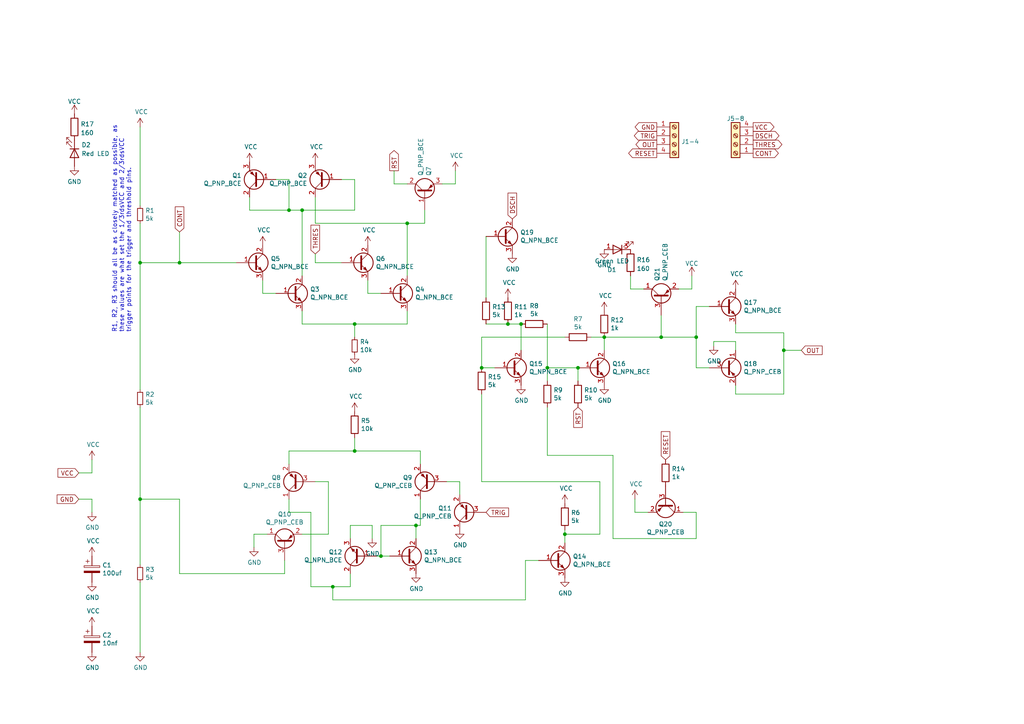
<source format=kicad_sch>
(kicad_sch (version 20211123) (generator eeschema)
  (paper "A4")
  (lib_symbols
    (symbol "555_Emulation-rescue:CP-Device" (pin_numbers hide) (pin_names (offset 0.254))
      (property "Reference" "C" (at 0.635 2.54 0))
      (property "Value" "CP-Device" (at 0.635 -2.54 0))
      (symbol "CP-Device_0_1"
        (rectangle (start -2.286 0.508) (end 2.286 1.016))
        (polyline (pts (xy -1.778 2.286) (xy -0.762 2.286)))
        (polyline (pts (xy -1.27 2.794) (xy -1.27 1.778)))
        (rectangle (start 2.286 -0.508) (end -2.286 -1.016) (fill (type outline)))
      )
      (symbol "CP-Device_1_1"
        (pin passive line (at 0 3.81 270) (length 2.794) (name "~") (number "1"))
        (pin passive line (at 0 -3.81 90) (length 2.794) (name "~") (number "2"))
      )
    )
    (symbol "Connector:Screw_Terminal_01x04" (pin_names (offset 1.016) hide)
      (property "Reference" "J" (at 0 5.08 0))
      (property "Value" "Screw_Terminal_01x04" (at 0 -7.62 0))
      (symbol "Screw_Terminal_01x04_1_1"
        (rectangle (start -1.27 3.81) (end 1.27 -6.35) (stroke (width 0.254)) (fill (type background)))
        (circle (center 0 -5.08) (radius 0.635) (stroke (width 0.1524)))
        (circle (center 0 -2.54) (radius 0.635) (stroke (width 0.1524)))
        (polyline (pts (xy -0.5334 -4.7498) (xy 0.3302 -5.588)) (stroke (width 0.1524)))
        (polyline (pts (xy -0.5334 -2.2098) (xy 0.3302 -3.048)) (stroke (width 0.1524)))
        (polyline (pts (xy -0.5334 0.3302) (xy 0.3302 -0.508)) (stroke (width 0.1524)))
        (polyline (pts (xy -0.5334 2.8702) (xy 0.3302 2.032)) (stroke (width 0.1524)))
        (polyline (pts (xy -0.3556 -4.572) (xy 0.508 -5.4102)) (stroke (width 0.1524)))
        (polyline (pts (xy -0.3556 -2.032) (xy 0.508 -2.8702)) (stroke (width 0.1524)))
        (polyline (pts (xy -0.3556 0.508) (xy 0.508 -0.3302)) (stroke (width 0.1524)))
        (polyline (pts (xy -0.3556 3.048) (xy 0.508 2.2098)) (stroke (width 0.1524)))
        (circle (center 0 0) (radius 0.635) (stroke (width 0.1524)))
        (circle (center 0 2.54) (radius 0.635) (stroke (width 0.1524)))
        (pin passive line (at -5.08 2.54 0) (length 3.81) (name "Pin_1") (number "1"))
        (pin passive line (at -5.08 0 0) (length 3.81) (name "Pin_2") (number "2"))
        (pin passive line (at -5.08 -2.54 0) (length 3.81) (name "Pin_3") (number "3"))
        (pin passive line (at -5.08 -5.08 0) (length 3.81) (name "Pin_4") (number "4"))
      )
    )
    (symbol "Device:LED" (pin_names (offset 1.016) hide)
      (property "Reference" "D1" (at 1.5875 5.8588 0))
      (property "Value" "Green LED" (at 1.5875 3.3219 0))
      (symbol "LED_0_1"
        (polyline (pts (xy -1.27 -1.27) (xy -1.27 1.27)) (stroke (width 0.254)))
        (polyline (pts (xy -1.27 0) (xy 1.27 0)))
        (polyline (pts (xy 1.27 -1.27) (xy 1.27 1.27) (xy -1.27 0) (xy 1.27 -1.27)) (stroke (width 0.254)))
        (polyline (pts (xy -3.048 -0.762) (xy -4.572 -2.286) (xy -3.81 -2.286) (xy -4.572 -2.286) (xy -4.572 -1.524)))
        (polyline (pts (xy -1.778 -0.762) (xy -3.302 -2.286) (xy -2.54 -2.286) (xy -3.302 -2.286) (xy -3.302 -1.524)))
      )
      (symbol "LED_1_1"
        (pin passive line (at 3.81 0 180) (length 2.54) (name "1") (number "1"))
        (pin passive line (at -3.81 0 0) (length 2.54) (name "3") (number "3"))
      )
    )
    (symbol "Device:Q_NPN_BCE" (pin_names (offset 0) hide)
      (property "Reference" "Q" (at 5.08 1.27 0))
      (property "Value" "Q_NPN_BCE" (at 5.08 -1.27 0))
      (symbol "Q_NPN_BCE_0_1"
        (polyline (pts (xy 0.635 0.635) (xy 2.54 2.54)))
        (polyline (pts (xy 0.635 -0.635) (xy 2.54 -2.54) (xy 2.54 -2.54)))
        (polyline (pts (xy 0.635 1.905) (xy 0.635 -1.905) (xy 0.635 -1.905)) (stroke (width 0.508)))
        (polyline (pts (xy 1.27 -1.778) (xy 1.778 -1.27) (xy 2.286 -2.286) (xy 1.27 -1.778) (xy 1.27 -1.778)) (fill (type outline)))
        (circle (center 1.27 0) (radius 2.8194) (stroke (width 0.254)))
      )
      (symbol "Q_NPN_BCE_1_1"
        (pin input line (at -5.08 0 0) (length 5.715) (name "B") (number "1"))
        (pin passive line (at 2.54 5.08 270) (length 2.54) (name "C") (number "2"))
        (pin passive line (at 2.54 -5.08 90) (length 2.54) (name "E") (number "3"))
      )
    )
    (symbol "Device:Q_PNP_BCE" (pin_names (offset 0) hide)
      (property "Reference" "Q" (at 5.08 1.27 0))
      (property "Value" "Q_PNP_BCE" (at 5.08 -1.27 0))
      (symbol "Q_PNP_BCE_0_1"
        (polyline (pts (xy 0.635 0.635) (xy 2.54 2.54)))
        (polyline (pts (xy 0.635 -0.635) (xy 2.54 -2.54) (xy 2.54 -2.54)))
        (polyline (pts (xy 0.635 1.905) (xy 0.635 -1.905) (xy 0.635 -1.905)) (stroke (width 0.508)))
        (polyline (pts (xy 2.286 -1.778) (xy 1.778 -2.286) (xy 1.27 -1.27) (xy 2.286 -1.778) (xy 2.286 -1.778)) (fill (type outline)))
        (circle (center 1.27 0) (radius 2.8194) (stroke (width 0.254)))
      )
      (symbol "Q_PNP_BCE_1_1"
        (pin input line (at -5.08 0 0) (length 5.715) (name "B") (number "1"))
        (pin passive line (at 2.54 5.08 270) (length 2.54) (name "C") (number "2"))
        (pin passive line (at 2.54 -5.08 90) (length 2.54) (name "E") (number "3"))
      )
    )
    (symbol "Device:Q_PNP_CEB" (pin_names (offset 0) hide)
      (property "Reference" "Q" (at 5.08 1.27 0))
      (property "Value" "Q_PNP_CEB" (at 5.08 -1.27 0))
      (symbol "Q_PNP_CEB_0_1"
        (polyline (pts (xy 0.635 0.635) (xy 2.54 2.54)))
        (polyline (pts (xy 0.635 -0.635) (xy 2.54 -2.54) (xy 2.54 -2.54)))
        (polyline (pts (xy 0.635 1.905) (xy 0.635 -1.905) (xy 0.635 -1.905)) (stroke (width 0.508)))
        (polyline (pts (xy 2.286 -1.778) (xy 1.778 -2.286) (xy 1.27 -1.27) (xy 2.286 -1.778) (xy 2.286 -1.778)) (fill (type outline)))
        (circle (center 1.27 0) (radius 2.8194) (stroke (width 0.254)))
      )
      (symbol "Q_PNP_CEB_1_1"
        (pin passive line (at 2.54 5.08 270) (length 2.54) (name "C") (number "1"))
        (pin passive line (at 2.54 -5.08 90) (length 2.54) (name "E") (number "2"))
        (pin input line (at -5.08 0 0) (length 5.715) (name "B") (number "3"))
      )
    )
    (symbol "Device:R" (pin_numbers hide) (pin_names (offset 0))
      (property "Reference" "R" (at 2.032 0 90))
      (property "Value" "R" (at 0 0 90))
      (symbol "R_0_1"
        (rectangle (start -1.016 -2.54) (end 1.016 2.54) (stroke (width 0.254)))
      )
      (symbol "R_1_1"
        (pin passive line (at 0 3.81 270) (length 1.27) (name "~") (number "1"))
        (pin passive line (at 0 -3.81 90) (length 1.27) (name "~") (number "2"))
      )
    )
    (symbol "Device:R_Small" (pin_numbers hide) (pin_names (offset 0.254) hide)
      (property "Reference" "R" (at 0.762 0.508 0))
      (property "Value" "R_Small" (at 0.762 -1.016 0))
      (symbol "R_Small_0_1"
        (rectangle (start -0.762 1.778) (end 0.762 -1.778) (stroke (width 0.2032)))
      )
      (symbol "R_Small_1_1"
        (pin passive line (at 0 2.54 270) (length 0.762) (name "~") (number "1"))
        (pin passive line (at 0 -2.54 90) (length 0.762) (name "~") (number "2"))
      )
    )
    (symbol "LED_1" (pin_numbers hide) (pin_names (offset 1.016) hide)
      (property "Reference" "D" (at 0 2.54 0))
      (property "Value" "LED_1" (at 0 -2.54 0))
      (symbol "LED_1_0_1"
        (polyline (pts (xy -1.27 -1.27) (xy -1.27 1.27)) (stroke (width 0.254)))
        (polyline (pts (xy -1.27 0) (xy 1.27 0)))
        (polyline (pts (xy 1.27 -1.27) (xy 1.27 1.27) (xy -1.27 0) (xy 1.27 -1.27)) (stroke (width 0.254)))
        (polyline (pts (xy -3.048 -0.762) (xy -4.572 -2.286) (xy -3.81 -2.286) (xy -4.572 -2.286) (xy -4.572 -1.524)))
        (polyline (pts (xy -1.778 -0.762) (xy -3.302 -2.286) (xy -2.54 -2.286) (xy -3.302 -2.286) (xy -3.302 -1.524)))
      )
      (symbol "LED_1_1_1"
        (pin passive line (at -3.81 0 0) (length 2.54) (name "K") (number "1"))
        (pin passive line (at 3.81 0 180) (length 2.54) (name "A") (number "2"))
      )
    )
    (symbol "power:GND" (power) (pin_names (offset 0))
      (property "Value" "GND" (at 0 -3.81 0))
      (symbol "GND_0_1"
        (polyline (pts (xy 0 0) (xy 0 -1.27) (xy 1.27 -1.27) (xy 0 -2.54) (xy -1.27 -1.27) (xy 0 -1.27)))
      )
      (symbol "GND_1_1"
        (pin power_in line (at 0 0 270) (length 0) hide (name "GND") (number "1"))
      )
    )
    (symbol "power:VCC" (power) (pin_names (offset 0))
      (property "Value" "VCC" (at 0 3.81 0))
      (symbol "VCC_0_1"
        (polyline (pts (xy -0.762 1.27) (xy 0 2.54)))
        (polyline (pts (xy 0 0) (xy 0 2.54)))
        (polyline (pts (xy 0 2.54) (xy 0.762 1.27)))
      )
      (symbol "VCC_1_1"
        (pin power_in line (at 0 0 90) (length 0) hide (name "VCC") (number "1"))
      )
    )
  )
  (junction (at 52.07 76.2))
  (junction (at 175.26 97.79))
  (junction (at 87.63 60.96))
  (junction (at 120.65 152.4))
  (junction (at 201.93 97.79))
  (junction (at 227.33 101.6))
  (junction (at 102.87 93.98))
  (junction (at 167.64 106.68))
  (junction (at 151.13 93.98))
  (junction (at 191.77 97.79))
  (junction (at 96.52 170.18))
  (junction (at 139.7 106.68))
  (junction (at 163.83 154.94))
  (junction (at 110.49 161.29))
  (junction (at 40.64 144.78))
  (junction (at 147.32 93.98))
  (junction (at 83.82 60.96))
  (junction (at 102.87 130.81))
  (junction (at 40.64 76.2))
  (junction (at 158.75 106.68))
  (junction (at 118.11 64.77))
  (wire (pts (xy 184.15 144.78) (xy 184.15 148.59)))
  (wire (pts (xy 26.67 148.59) (xy 26.67 144.78)))
  (wire (pts (xy 201.93 97.79) (xy 201.93 106.68)))
  (wire (pts (xy 110.49 152.4) (xy 120.65 152.4)))
  (wire (pts (xy 102.87 130.81) (xy 83.82 130.81)))
  (wire (pts (xy 102.87 97.79) (xy 102.87 93.98)))
  (wire (pts (xy 201.93 88.9) (xy 201.93 97.79)))
  (wire (pts (xy 52.07 166.37) (xy 52.07 144.78)))
  (wire (pts (xy 118.11 64.77) (xy 123.19 64.77)))
  (wire (pts (xy 120.65 152.4) (xy 121.92 152.4)))
  (wire (pts (xy 83.82 52.07) (xy 80.01 52.07)))
  (wire (pts (xy 87.63 60.96) (xy 83.82 60.96)))
  (wire (pts (xy 91.44 76.2) (xy 99.06 76.2)))
  (wire (pts (xy 121.92 152.4) (xy 121.92 144.78)))
  (wire (pts (xy 227.33 101.6) (xy 232.41 101.6)))
  (wire (pts (xy 72.39 57.15) (xy 72.39 60.96)))
  (wire (pts (xy 200.66 83.82) (xy 196.85 83.82)))
  (wire (pts (xy 200.66 80.01) (xy 200.66 83.82)))
  (wire (pts (xy 83.82 148.59) (xy 90.17 148.59)))
  (wire (pts (xy 151.13 93.98) (xy 147.32 93.98)))
  (wire (pts (xy 167.64 106.68) (xy 167.64 110.49)))
  (wire (pts (xy 120.65 152.4) (xy 120.65 156.21)))
  (wire (pts (xy 158.75 106.68) (xy 167.64 106.68)))
  (wire (pts (xy 227.33 114.3) (xy 213.36 114.3)))
  (wire (pts (xy 186.69 83.82) (xy 182.88 83.82)))
  (wire (pts (xy 118.11 93.98) (xy 118.11 90.17)))
  (wire (pts (xy 129.54 139.7) (xy 133.35 139.7)))
  (wire (pts (xy 198.12 148.59) (xy 201.93 148.59)))
  (wire (pts (xy 101.6 156.21) (xy 101.6 152.4)))
  (wire (pts (xy 101.6 170.18) (xy 101.6 166.37)))
  (wire (pts (xy 90.17 170.18) (xy 96.52 170.18)))
  (wire (pts (xy 175.26 101.6) (xy 175.26 97.79)))
  (wire (pts (xy 83.82 130.81) (xy 83.82 134.62)))
  (wire (pts (xy 128.27 53.34) (xy 132.08 53.34)))
  (wire (pts (xy 76.2 85.09) (xy 80.01 85.09)))
  (wire (pts (xy 102.87 127) (xy 102.87 130.81)))
  (wire (pts (xy 118.11 53.34) (xy 114.3 53.34)))
  (wire (pts (xy 132.08 53.34) (xy 132.08 49.53)))
  (wire (pts (xy 139.7 114.3) (xy 139.7 139.7)))
  (wire (pts (xy 173.99 139.7) (xy 173.99 154.94)))
  (wire (pts (xy 177.8 132.08) (xy 158.75 132.08)))
  (wire (pts (xy 121.92 130.81) (xy 121.92 134.62)))
  (wire (pts (xy 40.64 118.11) (xy 40.64 144.78)))
  (wire (pts (xy 90.17 148.59) (xy 90.17 170.18)))
  (wire (pts (xy 96.52 170.18) (xy 101.6 170.18)))
  (wire (pts (xy 118.11 64.77) (xy 118.11 80.01)))
  (wire (pts (xy 156.21 162.56) (xy 152.4 162.56)))
  (wire (pts (xy 26.67 137.16) (xy 26.67 133.35)))
  (wire (pts (xy 52.07 67.31) (xy 52.07 76.2)))
  (wire (pts (xy 191.77 97.79) (xy 201.93 97.79)))
  (wire (pts (xy 133.35 139.7) (xy 133.35 143.51)))
  (wire (pts (xy 91.44 64.77) (xy 118.11 64.77)))
  (wire (pts (xy 207.01 99.06) (xy 213.36 99.06)))
  (wire (pts (xy 213.36 99.06) (xy 213.36 101.6)))
  (wire (pts (xy 182.88 83.82) (xy 182.88 80.01)))
  (wire (pts (xy 83.82 60.96) (xy 83.82 52.07)))
  (wire (pts (xy 201.93 156.21) (xy 177.8 156.21)))
  (wire (pts (xy 82.55 162.56) (xy 82.55 166.37)))
  (wire (pts (xy 123.19 64.77) (xy 123.19 60.96)))
  (wire (pts (xy 40.64 76.2) (xy 40.64 113.03)))
  (wire (pts (xy 73.66 154.94) (xy 73.66 158.75)))
  (wire (pts (xy 177.8 156.21) (xy 177.8 132.08)))
  (wire (pts (xy 95.25 139.7) (xy 95.25 154.94)))
  (wire (pts (xy 106.68 81.28) (xy 106.68 85.09)))
  (wire (pts (xy 96.52 173.99) (xy 152.4 173.99)))
  (wire (pts (xy 102.87 60.96) (xy 87.63 60.96)))
  (wire (pts (xy 140.97 68.58) (xy 140.97 86.36)))
  (wire (pts (xy 151.13 93.98) (xy 151.13 101.6)))
  (wire (pts (xy 95.25 154.94) (xy 87.63 154.94)))
  (wire (pts (xy 109.22 161.29) (xy 110.49 161.29)))
  (wire (pts (xy 91.44 73.66) (xy 91.44 76.2)))
  (wire (pts (xy 139.7 139.7) (xy 173.99 139.7)))
  (wire (pts (xy 87.63 60.96) (xy 87.63 80.01)))
  (wire (pts (xy 76.2 81.28) (xy 76.2 85.09)))
  (wire (pts (xy 52.07 144.78) (xy 40.64 144.78)))
  (wire (pts (xy 87.63 93.98) (xy 102.87 93.98)))
  (wire (pts (xy 158.75 110.49) (xy 158.75 106.68)))
  (wire (pts (xy 158.75 93.98) (xy 158.75 106.68)))
  (wire (pts (xy 163.83 154.94) (xy 163.83 157.48)))
  (wire (pts (xy 22.86 137.16) (xy 26.67 137.16)))
  (wire (pts (xy 87.63 90.17) (xy 87.63 93.98)))
  (wire (pts (xy 227.33 96.52) (xy 227.33 101.6)))
  (wire (pts (xy 82.55 166.37) (xy 52.07 166.37)))
  (wire (pts (xy 139.7 97.79) (xy 163.83 97.79)))
  (wire (pts (xy 140.97 93.98) (xy 147.32 93.98)))
  (wire (pts (xy 40.64 36.83) (xy 40.64 59.69)))
  (wire (pts (xy 213.36 93.98) (xy 213.36 96.52)))
  (wire (pts (xy 114.3 53.34) (xy 114.3 49.53)))
  (wire (pts (xy 152.4 162.56) (xy 152.4 173.99)))
  (wire (pts (xy 213.36 96.52) (xy 227.33 96.52)))
  (wire (pts (xy 143.51 106.68) (xy 139.7 106.68)))
  (wire (pts (xy 91.44 139.7) (xy 95.25 139.7)))
  (wire (pts (xy 175.26 97.79) (xy 171.45 97.79)))
  (wire (pts (xy 102.87 93.98) (xy 118.11 93.98)))
  (wire (pts (xy 191.77 91.44) (xy 191.77 97.79)))
  (wire (pts (xy 72.39 60.96) (xy 83.82 60.96)))
  (wire (pts (xy 184.15 148.59) (xy 187.96 148.59)))
  (wire (pts (xy 101.6 152.4) (xy 107.95 152.4)))
  (wire (pts (xy 26.67 144.78) (xy 22.86 144.78)))
  (wire (pts (xy 163.83 154.94) (xy 173.99 154.94)))
  (wire (pts (xy 106.68 85.09) (xy 110.49 85.09)))
  (wire (pts (xy 163.83 153.67) (xy 163.83 154.94)))
  (wire (pts (xy 201.93 106.68) (xy 205.74 106.68)))
  (wire (pts (xy 40.64 168.91) (xy 40.64 189.23)))
  (wire (pts (xy 205.74 88.9) (xy 201.93 88.9)))
  (wire (pts (xy 110.49 161.29) (xy 110.49 152.4)))
  (wire (pts (xy 77.47 154.94) (xy 73.66 154.94)))
  (wire (pts (xy 158.75 132.08) (xy 158.75 118.11)))
  (wire (pts (xy 83.82 144.78) (xy 83.82 148.59)))
  (wire (pts (xy 52.07 76.2) (xy 40.64 76.2)))
  (wire (pts (xy 91.44 57.15) (xy 91.44 64.77)))
  (wire (pts (xy 40.64 64.77) (xy 40.64 76.2)))
  (wire (pts (xy 201.93 148.59) (xy 201.93 156.21)))
  (wire (pts (xy 207.01 100.33) (xy 207.01 99.06)))
  (wire (pts (xy 139.7 106.68) (xy 139.7 97.79)))
  (wire (pts (xy 102.87 130.81) (xy 121.92 130.81)))
  (wire (pts (xy 107.95 152.4) (xy 107.95 156.21)))
  (wire (pts (xy 40.64 144.78) (xy 40.64 163.83)))
  (wire (pts (xy 110.49 161.29) (xy 113.03 161.29)))
  (wire (pts (xy 96.52 170.18) (xy 96.52 173.99)))
  (wire (pts (xy 99.06 52.07) (xy 102.87 52.07)))
  (wire (pts (xy 213.36 114.3) (xy 213.36 111.76)))
  (wire (pts (xy 227.33 101.6) (xy 227.33 114.3)))
  (wire (pts (xy 102.87 52.07) (xy 102.87 60.96)))
  (wire (pts (xy 68.58 76.2) (xy 52.07 76.2)))
  (wire (pts (xy 175.26 97.79) (xy 191.77 97.79)))
  (text "R1, R2, R3 should all be as closely matched as possible, as\nthese values are what set the 1/3rdsVCC and 2/3rdsVCC \ntrigger points for the trigger and threshold pins.\n" (at 38.1 96.52 90) (effects (font (size 1.27 1.27)) (justify left bottom)))
  (global_label "CONT" (shape input) (at 52.07 67.31 90) (property "Intersheet References" "${INTERSHEET_REFS}" (effects hide)))
  (global_label "RST" (shape input) (at 167.64 118.11 270) (property "Intersheet References" "${INTERSHEET_REFS}" (effects hide)))
  (global_label "THRES" (shape output) (at 218.44 41.91 0) (property "Intersheet References" "${INTERSHEET_REFS}" (effects hide)))
  (global_label "DSCH" (shape output) (at 218.44 39.37 0) (property "Intersheet References" "${INTERSHEET_REFS}" (effects hide)))
  (global_label "GND" (shape input) (at 22.86 144.78 180) (property "Intersheet References" "${INTERSHEET_REFS}" (effects hide)))
  (global_label "THRES" (shape input) (at 91.44 73.66 90) (property "Intersheet References" "${INTERSHEET_REFS}" (effects hide)))
  (global_label "TRIG" (shape input) (at 140.97 148.59 0) (property "Intersheet References" "${INTERSHEET_REFS}" (effects hide)))
  (global_label "GND" (shape output) (at 190.5 36.83 180) (property "Intersheet References" "${INTERSHEET_REFS}" (effects hide)))
  (global_label "DSCH" (shape input) (at 148.59 63.5 90) (property "Intersheet References" "${INTERSHEET_REFS}" (effects hide)))
  (global_label "OUT" (shape input) (at 232.41 101.6 0) (property "Intersheet References" "${INTERSHEET_REFS}" (effects hide)))
  (global_label "OUT" (shape output) (at 190.5 41.91 180) (property "Intersheet References" "${INTERSHEET_REFS}" (effects hide)))
  (global_label "VCC" (shape input) (at 22.86 137.16 180) (property "Intersheet References" "${INTERSHEET_REFS}" (effects hide)))
  (global_label "TRIG" (shape output) (at 190.5 39.37 180) (property "Intersheet References" "${INTERSHEET_REFS}" (effects hide)))
  (global_label "RESET" (shape input) (at 193.04 133.35 90) (property "Intersheet References" "${INTERSHEET_REFS}" (effects hide)))
  (global_label "RST" (shape output) (at 114.3 49.53 90) (property "Intersheet References" "${INTERSHEET_REFS}" (effects hide)))
  (global_label "CONT" (shape output) (at 218.44 44.45 0) (property "Intersheet References" "${INTERSHEET_REFS}" (effects hide)))
  (global_label "RESET" (shape output) (at 190.5 44.45 180) (property "Intersheet References" "${INTERSHEET_REFS}" (effects hide)))
  (global_label "VCC" (shape output) (at 218.44 36.83 0) (property "Intersheet References" "${INTERSHEET_REFS}" (effects hide)))
  (symbol (lib_id "power:VCC") (at 26.67 133.35 0) (unit 1)
    (property "Reference" "#PWR0101" (effects hide))
    (property "Value" "VCC" (at 27.051 128.9558 0))
  )
  (symbol (lib_id "power:GND") (at 26.67 148.59 0) (unit 1)
    (property "Reference" "#PWR0102" (effects hide))
    (property "Value" "GND" (at 26.797 152.9842 0))
  )
  (symbol (lib_id "power:VCC") (at 40.64 36.83 0) (unit 1)
    (property "Reference" "#PWR0103" (effects hide))
    (property "Value" "VCC" (at 41.021 32.4358 0))
  )
  (symbol (lib_id "power:GND") (at 40.64 189.23 0) (unit 1)
    (property "Reference" "#PWR0104" (effects hide))
    (property "Value" "GND" (at 40.767 193.6242 0))
  )
  (symbol (lib_id "Device:R_Small") (at 40.64 62.23 0) (unit 1)
    (property "Reference" "R1" (at 42.1386 61.0616 0) (effects (justify left)))
    (property "Value" "5k" (at 42.1386 63.373 0) (effects (justify left)))
    (property "Footprint" "Resistor_THT:R_Axial_DIN0207_L6.3mm_D2.5mm_P7.62mm_Horizontal" (effects hide))
    (property "Datasheet" "https://www.vishay.com/docs/28767/mbsmapre.pdf" (effects hide))
  )
  (symbol (lib_id "Device:R_Small") (at 40.64 115.57 0) (unit 1)
    (property "Reference" "R2" (at 42.1386 114.4016 0) (effects (justify left)))
    (property "Value" "5k" (at 42.1386 116.713 0) (effects (justify left)))
    (property "Footprint" "Resistor_THT:R_Axial_DIN0207_L6.3mm_D2.5mm_P7.62mm_Horizontal" (effects hide))
    (property "Datasheet" "https://www.vishay.com/docs/28767/mbsmapre.pdf" (effects hide))
  )
  (symbol (lib_id "Device:R_Small") (at 40.64 166.37 0) (unit 1)
    (property "Reference" "R3" (at 42.1386 165.2016 0) (effects (justify left)))
    (property "Value" "5k" (at 42.1386 167.513 0) (effects (justify left)))
    (property "Footprint" "Resistor_THT:R_Axial_DIN0207_L6.3mm_D2.5mm_P7.62mm_Horizontal" (effects hide))
    (property "Datasheet" "https://www.vishay.com/docs/28767/mbsmapre.pdf" (effects hide))
  )
  (symbol (lib_id "Device:Q_NPN_BCE") (at 73.66 76.2 0) (unit 1)
    (property "Reference" "Q5" (at 78.5114 75.0316 0) (effects (justify left)))
    (property "Value" "Q_NPN_BCE" (at 78.5114 77.343 0) (effects (justify left)))
    (property "Footprint" "Footprints:SOT-23-BCE" (effects hide))
    (property "Datasheet" "https://www.diodes.com/assets/Datasheets/ds30061.pdf" (effects hide))
  )
  (symbol (lib_id "Device:Q_NPN_BCE") (at 85.09 85.09 0) (unit 1)
    (property "Reference" "Q3" (at 89.9414 83.9216 0) (effects (justify left)))
    (property "Value" "Q_NPN_BCE" (at 89.9414 86.233 0) (effects (justify left)))
    (property "Footprint" "Footprints:SOT-23-BCE" (effects hide))
    (property "Datasheet" "https://www.diodes.com/assets/Datasheets/ds30061.pdf" (effects hide))
  )
  (symbol (lib_id "Device:Q_NPN_BCE") (at 115.57 85.09 0) (unit 1)
    (property "Reference" "Q4" (at 120.4214 83.9216 0) (effects (justify left)))
    (property "Value" "Q_NPN_BCE" (at 120.4214 86.233 0) (effects (justify left)))
    (property "Footprint" "Footprints:SOT-23-BCE" (effects hide))
    (property "Datasheet" "https://www.diodes.com/assets/Datasheets/ds30061.pdf" (effects hide))
  )
  (symbol (lib_id "Device:Q_NPN_BCE") (at 104.14 76.2 0) (unit 1)
    (property "Reference" "Q6" (at 108.9914 75.0316 0) (effects (justify left)))
    (property "Value" "Q_NPN_BCE" (at 108.9914 77.343 0) (effects (justify left)))
    (property "Footprint" "Footprints:SOT-23-BCE" (effects hide))
    (property "Datasheet" "https://www.diodes.com/assets/Datasheets/ds30061.pdf" (effects hide))
  )
  (symbol (lib_id "Device:Q_PNP_BCE") (at 93.98 52.07 180) (unit 1)
    (property "Reference" "Q2" (at 89.1286 50.9016 0) (effects (justify left)))
    (property "Value" "Q_PNP_BCE" (at 89.1286 53.213 0) (effects (justify left)))
    (property "Footprint" "Footprints:SOT-23-BCE" (effects hide))
    (property "Datasheet" "https://www.diodes.com/assets/Datasheets/ds30057.pdf" (effects hide))
  )
  (symbol (lib_id "power:VCC") (at 91.44 46.99 0) (unit 1)
    (property "Reference" "#PWR0105" (effects hide))
    (property "Value" "VCC" (at 91.821 42.5958 0))
  )
  (symbol (lib_id "power:VCC") (at 72.39 46.99 0) (unit 1)
    (property "Reference" "#PWR0106" (effects hide))
    (property "Value" "VCC" (at 72.771 42.5958 0))
  )
  (symbol (lib_id "power:VCC") (at 26.67 161.29 0) (unit 1)
    (property "Reference" "#PWR0110" (effects hide))
    (property "Value" "VCC" (at 27.051 156.8958 0))
  )
  (symbol (lib_id "555_Emulation-rescue:CP-Device") (at 26.67 165.1 0) (unit 1)
    (property "Reference" "C1" (at 29.6672 163.9316 0) (effects (justify left)))
    (property "Value" "100uf" (at 29.6672 166.243 0) (effects (justify left)))
    (property "Footprint" "Capacitor_SMD:C_1206_3216Metric_Pad1.33x1.80mm_HandSolder" (effects hide))
    (property "Datasheet" "https://media.digikey.com/pdf/Data%20Sheets/Samsung%20PDFs/CL31A107MQHNNNE_Spec.pdf" (effects hide))
  )
  (symbol (lib_id "power:GND") (at 26.67 168.91 0) (unit 1)
    (property "Reference" "#PWR0111" (effects hide))
    (property "Value" "GND" (at 26.797 173.3042 0))
  )
  (symbol (lib_id "power:VCC") (at 26.67 181.61 0) (unit 1)
    (property "Reference" "#PWR0112" (effects hide))
    (property "Value" "VCC" (at 27.051 177.2158 0))
  )
  (symbol (lib_id "555_Emulation-rescue:CP-Device") (at 26.67 185.42 0) (unit 1)
    (property "Reference" "C2" (at 29.6672 184.2516 0) (effects (justify left)))
    (property "Value" "10nf" (at 29.6672 186.563 0) (effects (justify left)))
    (property "Footprint" "Capacitor_SMD:C_0402_1005Metric_Pad0.74x0.62mm_HandSolder" (effects hide))
    (property "Datasheet" "https://media.digikey.com/pdf/Data%20Sheets/Samsung%20PDFs/CL05B103KO5NNNC_Spec.PDF" (effects hide))
  )
  (symbol (lib_id "power:GND") (at 26.67 189.23 0) (unit 1)
    (property "Reference" "#PWR0113" (effects hide))
    (property "Value" "GND" (at 26.797 193.6242 0))
  )
  (symbol (lib_id "power:VCC") (at 76.2 71.12 0) (unit 1)
    (property "Reference" "#PWR0107" (effects hide))
    (property "Value" "VCC" (at 76.581 66.7258 0))
  )
  (symbol (lib_id "power:VCC") (at 106.68 71.12 0) (unit 1)
    (property "Reference" "#PWR0108" (effects hide))
    (property "Value" "VCC" (at 107.061 66.7258 0))
  )
  (symbol (lib_id "Device:Q_PNP_BCE") (at 74.93 52.07 180) (unit 1)
    (property "Reference" "Q1" (at 70.0786 50.9016 0) (effects (justify left)))
    (property "Value" "Q_PNP_BCE" (at 70.0786 53.213 0) (effects (justify left)))
    (property "Footprint" "Footprints:SOT-23-BCE" (effects hide))
    (property "Datasheet" "https://www.diodes.com/assets/Datasheets/ds30057.pdf" (effects hide))
  )
  (symbol (lib_id "Device:Q_PNP_BCE") (at 123.19 55.88 90) (unit 1)
    (property "Reference" "Q7" (at 124.3584 51.0286 0) (effects (justify left)))
    (property "Value" "Q_PNP_BCE" (at 122.047 51.0286 0) (effects (justify left)))
    (property "Footprint" "Footprints:SOT-23-BCE" (effects hide))
    (property "Datasheet" "https://www.diodes.com/assets/Datasheets/ds30057.pdf" (effects hide))
  )
  (symbol (lib_id "Device:R_Small") (at 102.87 100.33 0) (unit 1)
    (property "Reference" "R4" (at 104.3686 99.1616 0) (effects (justify left)))
    (property "Value" "10k" (at 104.3686 101.473 0) (effects (justify left)))
    (property "Footprint" "Resistor_SMD:R_0201_0603Metric_Pad0.64x0.40mm_HandSolder" (effects hide))
    (property "Datasheet" "https://www.seielect.com/catalog/sei-rmcf_rmcp.pdf" (effects hide))
  )
  (symbol (lib_id "power:GND") (at 102.87 102.87 0) (unit 1)
    (property "Reference" "#PWR0109" (effects hide))
    (property "Value" "GND" (at 102.997 107.2642 0))
  )
  (symbol (lib_id "power:VCC") (at 132.08 49.53 0) (unit 1)
    (property "Reference" "#PWR0114" (effects hide))
    (property "Value" "VCC" (at 132.461 45.1358 0))
  )
  (symbol (lib_id "power:VCC") (at 102.87 119.38 0) (unit 1)
    (property "Reference" "#PWR0115" (effects hide))
    (property "Value" "VCC" (at 103.251 114.9858 0))
  )
  (symbol (lib_id "Device:R") (at 102.87 123.19 0) (unit 1)
    (property "Reference" "R5" (at 104.648 122.0216 0) (effects (justify left)))
    (property "Value" "10k" (at 104.648 124.333 0) (effects (justify left)))
    (property "Footprint" "Resistor_SMD:R_0201_0603Metric_Pad0.64x0.40mm_HandSolder" (effects hide))
    (property "Datasheet" "https://www.seielect.com/catalog/sei-rmcf_rmcp.pdf" (effects hide))
  )
  (symbol (lib_id "Device:Q_PNP_CEB") (at 86.36 139.7 180) (unit 1)
    (property "Reference" "Q8" (at 81.5086 138.5316 0) (effects (justify left)))
    (property "Value" "Q_PNP_CEB" (at 81.5086 140.843 0) (effects (justify left)))
    (property "Footprint" "Footprints:SOT-23-CEB" (effects hide))
    (property "Datasheet" "https://www.diodes.com/assets/Datasheets/ds30057.pdf" (effects hide))
  )
  (symbol (lib_id "Device:Q_PNP_CEB") (at 124.46 139.7 180) (unit 1)
    (property "Reference" "Q9" (at 119.6086 138.5316 0) (effects (justify left)))
    (property "Value" "Q_PNP_CEB" (at 119.6086 140.843 0) (effects (justify left)))
    (property "Footprint" "Footprints:SOT-23-CEB" (effects hide))
    (property "Datasheet" "https://www.diodes.com/assets/Datasheets/ds30057.pdf" (effects hide))
  )
  (symbol (lib_id "Device:Q_PNP_CEB") (at 82.55 157.48 90) (unit 1)
    (property "Reference" "Q10" (at 82.55 149.1488 90))
    (property "Value" "Q_PNP_CEB" (at 82.55 151.4602 90))
    (property "Footprint" "Footprints:SOT-23-CEB" (effects hide))
    (property "Datasheet" "https://www.diodes.com/assets/Datasheets/ds30057.pdf" (effects hide))
  )
  (symbol (lib_id "power:GND") (at 73.66 158.75 0) (unit 1)
    (property "Reference" "#PWR0116" (effects hide))
    (property "Value" "GND" (at 73.787 163.1442 0))
  )
  (symbol (lib_id "Device:Q_PNP_CEB") (at 135.89 148.59 180) (unit 1)
    (property "Reference" "Q11" (at 131.0386 147.4216 0) (effects (justify left)))
    (property "Value" "Q_PNP_CEB" (at 131.0386 149.733 0) (effects (justify left)))
    (property "Footprint" "Footprints:SOT-23-CEB" (effects hide))
    (property "Datasheet" "https://www.diodes.com/assets/Datasheets/ds30057.pdf" (effects hide))
  )
  (symbol (lib_id "power:GND") (at 133.35 153.67 0) (unit 1)
    (property "Reference" "#PWR0117" (effects hide))
    (property "Value" "GND" (at 133.477 158.0642 0))
  )
  (symbol (lib_id "Device:Q_NPN_BCE") (at 118.11 161.29 0) (unit 1)
    (property "Reference" "Q13" (at 122.9614 160.1216 0) (effects (justify left)))
    (property "Value" "Q_NPN_BCE" (at 122.9614 162.433 0) (effects (justify left)))
    (property "Footprint" "Footprints:SOT-23-BCE" (effects hide))
    (property "Datasheet" "https://www.diodes.com/assets/Datasheets/ds30061.pdf" (effects hide))
  )
  (symbol (lib_id "Device:Q_NPN_BCE") (at 104.14 161.29 180) (unit 1)
    (property "Reference" "Q12" (at 99.2886 160.1216 0) (effects (justify left)))
    (property "Value" "Q_NPN_BCE" (at 99.2886 162.433 0) (effects (justify left)))
    (property "Footprint" "Footprints:SOT-23-BCE" (effects hide))
    (property "Datasheet" "https://www.diodes.com/assets/Datasheets/ds30061.pdf" (effects hide))
  )
  (symbol (lib_id "power:GND") (at 120.65 166.37 0) (unit 1)
    (property "Reference" "#PWR0118" (effects hide))
    (property "Value" "GND" (at 120.777 170.7642 0))
  )
  (symbol (lib_id "power:GND") (at 107.95 156.21 0) (unit 1)
    (property "Reference" "#PWR0119" (effects hide))
    (property "Value" "GND" (at 108.077 160.6042 0))
  )
  (symbol (lib_id "Device:Q_NPN_BCE") (at 161.29 162.56 0) (unit 1)
    (property "Reference" "Q14" (at 166.1414 161.3916 0) (effects (justify left)))
    (property "Value" "Q_NPN_BCE" (at 166.1414 163.703 0) (effects (justify left)))
    (property "Footprint" "Footprints:SOT-23-BCE" (effects hide))
    (property "Datasheet" "https://www.diodes.com/assets/Datasheets/ds30061.pdf" (effects hide))
  )
  (symbol (lib_id "Device:R") (at 163.83 149.86 0) (unit 1)
    (property "Reference" "R6" (at 165.608 148.6916 0) (effects (justify left)))
    (property "Value" "5k" (at 165.608 151.003 0) (effects (justify left)))
    (property "Footprint" "Resistor_SMD:R_0201_0603Metric_Pad0.64x0.40mm_HandSolder" (effects hide))
    (property "Datasheet" "https://www.yageo.com/upload/media/product/productsearch/datasheet/rchip/PYu-RC_Group_51_RoHS_L_11.pdf" (effects hide))
  )
  (symbol (lib_id "power:VCC") (at 163.83 146.05 0) (unit 1)
    (property "Reference" "#PWR0120" (effects hide))
    (property "Value" "VCC" (at 164.211 141.6558 0))
  )
  (symbol (lib_id "Device:Q_NPN_BCE") (at 148.59 106.68 0) (unit 1)
    (property "Reference" "Q15" (at 153.4414 105.5116 0) (effects (justify left)))
    (property "Value" "Q_NPN_BCE" (at 153.4414 107.823 0) (effects (justify left)))
    (property "Footprint" "Footprints:SOT-23-BCE" (effects hide))
    (property "Datasheet" "https://www.diodes.com/assets/Datasheets/ds30061.pdf" (effects hide))
  )
  (symbol (lib_id "Device:Q_NPN_BCE") (at 172.72 106.68 0) (unit 1)
    (property "Reference" "Q16" (at 177.5714 105.5116 0) (effects (justify left)))
    (property "Value" "Q_NPN_BCE" (at 177.5714 107.823 0) (effects (justify left)))
    (property "Footprint" "Footprints:SOT-23-BCE" (effects hide))
    (property "Datasheet" "https://www.diodes.com/assets/Datasheets/ds30061.pdf" (effects hide))
  )
  (symbol (lib_id "power:GND") (at 151.13 111.76 0) (unit 1)
    (property "Reference" "#PWR0121" (effects hide))
    (property "Value" "GND" (at 151.257 116.1542 0))
  )
  (symbol (lib_id "power:GND") (at 175.26 111.76 0) (unit 1)
    (property "Reference" "#PWR0122" (effects hide))
    (property "Value" "GND" (at 175.387 116.1542 0))
  )
  (symbol (lib_id "Device:R") (at 167.64 97.79 270) (unit 1)
    (property "Reference" "R7" (at 167.64 92.5322 90))
    (property "Value" "5k" (at 167.64 94.8436 90))
    (property "Footprint" "Resistor_SMD:R_0201_0603Metric_Pad0.64x0.40mm_HandSolder" (effects hide))
    (property "Datasheet" "https://www.yageo.com/upload/media/product/productsearch/datasheet/rchip/PYu-RC_Group_51_RoHS_L_11.pdf" (effects hide))
  )
  (symbol (lib_id "Device:R") (at 154.94 93.98 270) (unit 1)
    (property "Reference" "R8" (at 154.94 88.7222 90))
    (property "Value" "5k" (at 154.94 91.0336 90))
    (property "Footprint" "Resistor_SMD:R_0201_0603Metric_Pad0.64x0.40mm_HandSolder" (effects hide))
    (property "Datasheet" "https://www.yageo.com/upload/media/product/productsearch/datasheet/rchip/PYu-RC_Group_51_RoHS_L_11.pdf" (effects hide))
  )
  (symbol (lib_id "Device:R") (at 139.7 110.49 0) (unit 1)
    (property "Reference" "R15" (at 141.478 109.3216 0) (effects (justify left)))
    (property "Value" "5k" (at 141.478 111.633 0) (effects (justify left)))
    (property "Footprint" "Resistor_SMD:R_0201_0603Metric_Pad0.64x0.40mm_HandSolder" (effects hide))
    (property "Datasheet" "https://www.yageo.com/upload/media/product/productsearch/datasheet/rchip/PYu-RC_Group_51_RoHS_L_11.pdf" (effects hide))
  )
  (symbol (lib_id "Device:R") (at 158.75 114.3 0) (unit 1)
    (property "Reference" "R9" (at 160.528 113.1316 0) (effects (justify left)))
    (property "Value" "5k" (at 160.528 115.443 0) (effects (justify left)))
    (property "Footprint" "Resistor_SMD:R_0201_0603Metric_Pad0.64x0.40mm_HandSolder" (effects hide))
    (property "Datasheet" "https://www.yageo.com/upload/media/product/productsearch/datasheet/rchip/PYu-RC_Group_51_RoHS_L_11.pdf" (effects hide))
  )
  (symbol (lib_id "Device:R") (at 167.64 114.3 0) (unit 1)
    (property "Reference" "R10" (at 169.418 113.1316 0) (effects (justify left)))
    (property "Value" "5k" (at 169.418 115.443 0) (effects (justify left)))
    (property "Footprint" "Resistor_SMD:R_0201_0603Metric_Pad0.64x0.40mm_HandSolder" (effects hide))
    (property "Datasheet" "https://www.yageo.com/upload/media/product/productsearch/datasheet/rchip/PYu-RC_Group_51_RoHS_L_11.pdf" (effects hide))
  )
  (symbol (lib_id "Device:Q_PNP_CEB") (at 193.04 146.05 270) (unit 1)
    (property "Reference" "Q20" (at 193.04 152.019 90))
    (property "Value" "Q_PNP_CEB" (at 193.04 154.3304 90))
    (property "Footprint" "Footprints:SOT-23-CEB" (effects hide))
    (property "Datasheet" "https://www.diodes.com/assets/Datasheets/ds30057.pdf" (effects hide))
  )
  (symbol (lib_id "power:VCC") (at 184.15 144.78 0) (unit 1)
    (property "Reference" "#PWR0123" (effects hide))
    (property "Value" "VCC" (at 184.531 140.3858 0))
  )
  (symbol (lib_id "Device:R") (at 193.04 137.16 0) (unit 1)
    (property "Reference" "R14" (at 194.818 135.9916 0) (effects (justify left)))
    (property "Value" "1k" (at 194.818 138.303 0) (effects (justify left)))
    (property "Footprint" "Resistor_SMD:R_0201_0603Metric_Pad0.64x0.40mm_HandSolder" (effects hide))
    (property "Datasheet" "https://www.yageo.com/upload/media/product/productsearch/datasheet/rchip/PYu-RC_Group_51_RoHS_L_11.pdf" (effects hide))
  )
  (symbol (lib_id "Device:R") (at 175.26 93.98 0) (unit 1)
    (property "Reference" "R12" (at 177.038 92.8116 0) (effects (justify left)))
    (property "Value" "1k" (at 177.038 95.123 0) (effects (justify left)))
    (property "Footprint" "Resistor_SMD:R_0201_0603Metric_Pad0.64x0.40mm_HandSolder" (effects hide))
    (property "Datasheet" "https://www.yageo.com/upload/media/product/productsearch/datasheet/rchip/PYu-RC_Group_51_RoHS_L_11.pdf" (effects hide))
  )
  (symbol (lib_id "Device:R") (at 147.32 90.17 0) (unit 1)
    (property "Reference" "R11" (at 149.098 89.0016 0) (effects (justify left)))
    (property "Value" "1k" (at 149.098 91.313 0) (effects (justify left)))
    (property "Footprint" "Resistor_SMD:R_0201_0603Metric_Pad0.64x0.40mm_HandSolder" (effects hide))
    (property "Datasheet" "https://www.yageo.com/upload/media/product/productsearch/datasheet/rchip/PYu-RC_Group_51_RoHS_L_11.pdf" (effects hide))
  )
  (symbol (lib_id "power:VCC") (at 147.32 86.36 0) (unit 1)
    (property "Reference" "#PWR0124" (effects hide))
    (property "Value" "VCC" (at 147.701 81.9658 0))
  )
  (symbol (lib_id "power:VCC") (at 175.26 90.17 0) (unit 1)
    (property "Reference" "#PWR0125" (effects hide))
    (property "Value" "VCC" (at 175.641 85.7758 0))
  )
  (symbol (lib_id "Device:R") (at 140.97 90.17 0) (unit 1)
    (property "Reference" "R13" (at 142.748 89.0016 0) (effects (justify left)))
    (property "Value" "5k" (at 142.748 91.313 0) (effects (justify left)))
    (property "Footprint" "Resistor_SMD:R_0201_0603Metric_Pad0.64x0.40mm_HandSolder" (effects hide))
    (property "Datasheet" "https://www.yageo.com/upload/media/product/productsearch/datasheet/rchip/PYu-RC_Group_51_RoHS_L_11.pdf" (effects hide))
  )
  (symbol (lib_id "Device:Q_NPN_BCE") (at 146.05 68.58 0) (unit 1)
    (property "Reference" "Q19" (at 150.9014 67.4116 0) (effects (justify left)))
    (property "Value" "Q_NPN_BCE" (at 150.9014 69.723 0) (effects (justify left)))
    (property "Footprint" "Footprints:SOT-23-BCE" (effects hide))
    (property "Datasheet" "https://www.diodes.com/assets/Datasheets/ds30061.pdf" (effects hide))
  )
  (symbol (lib_id "power:GND") (at 148.59 73.66 0) (unit 1)
    (property "Reference" "#PWR0126" (effects hide))
    (property "Value" "GND" (at 148.717 78.0542 0))
  )
  (symbol (lib_id "Device:Q_NPN_BCE") (at 210.82 88.9 0) (unit 1)
    (property "Reference" "Q17" (at 215.6714 87.7316 0) (effects (justify left)))
    (property "Value" "Q_NPN_BCE" (at 215.6714 90.043 0) (effects (justify left)))
    (property "Footprint" "Footprints:SOT-23-BCE" (effects hide))
    (property "Datasheet" "https://www.diodes.com/assets/Datasheets/ds30061.pdf" (effects hide))
  )
  (symbol (lib_id "Device:Q_PNP_CEB") (at 210.82 106.68 0) (unit 1)
    (property "Reference" "Q18" (at 215.646 105.5116 0) (effects (justify left)))
    (property "Value" "Q_PNP_CEB" (at 215.646 107.823 0) (effects (justify left)))
    (property "Footprint" "Footprints:SOT-23-CEB" (effects hide))
    (property "Datasheet" "https://www.diodes.com/assets/Datasheets/ds30057.pdf" (effects hide))
  )
  (symbol (lib_id "power:GND") (at 207.01 100.33 0) (unit 1)
    (property "Reference" "#PWR0127" (effects hide))
    (property "Value" "GND" (at 207.137 104.7242 0))
  )
  (symbol (lib_id "power:VCC") (at 213.36 83.82 0) (unit 1)
    (property "Reference" "#PWR0128" (effects hide))
    (property "Value" "VCC" (at 213.741 79.4258 0))
  )
  (symbol (lib_id "power:GND") (at 163.83 167.64 0) (unit 1)
    (property "Reference" "#PWR0129" (effects hide))
    (property "Value" "GND" (at 163.957 172.0342 0))
  )
  (symbol (lib_id "Connector:Screw_Terminal_01x04") (at 195.58 39.37 0) (unit 1)
    (property "Reference" "J1-4" (at 197.612 41.0738 0) (effects (justify left)))
    (property "Value" "Screw_Terminal_01x04" (effects hide))
    (property "Footprint" "Connector_PinSocket_2.54mm:PinSocket_1x04_P2.54mm_Vertical" (effects hide))
    (property "Datasheet" "https://multimedia.3m.com/mws/media/43897O/3mtmpinstriphdr-100-100x-100-929-series-ts0769.pdf" (effects hide))
  )
  (symbol (lib_name "LED_1") (lib_id "Device:LED") (at 21.59 44.45 270) (unit 1)
    (property "Reference" "D2" (at 23.622 42.0278 90) (effects (justify left)))
    (property "Value" "Red LED" (at 23.622 44.5647 90) (effects (justify left)))
    (property "Footprint" "Resistor_SMD:R_0603_1608Metric_Pad0.98x0.95mm_HandSolder" (effects hide))
    (property "Datasheet" "https://docs.broadcom.com/doc/AV02-0975EN" (effects hide))
  )
  (symbol (lib_id "Device:R") (at 21.59 36.83 0) (unit 1)
    (property "Reference" "R17" (at 23.368 35.9953 0) (effects (justify left)))
    (property "Value" "160" (at 23.368 38.5322 0) (effects (justify left)))
    (property "Footprint" "Resistor_SMD:R_0603_1608Metric_Pad0.98x0.95mm_HandSolder" (effects hide))
    (property "Datasheet" "https://www.koaspeer.com/pdfs/RK73B.pdf" (effects hide))
  )
  (symbol (lib_id "power:VCC") (at 21.59 33.02 0) (unit 1)
    (property "Reference" "#PWR0130" (effects hide))
    (property "Value" "VCC" (at 21.59 29.4442 0))
  )
  (symbol (lib_id "power:VCC") (at 200.66 80.01 0) (unit 1)
    (property "Reference" "#PWR0132" (effects hide))
    (property "Value" "VCC" (at 200.66 76.4342 0))
  )
  (symbol (lib_id "power:GND") (at 175.26 72.39 0) (unit 1)
    (property "Reference" "#PWR0133" (effects hide))
    (property "Value" "GND" (at 175.26 76.8334 0))
  )
  (symbol (lib_id "Device:LED") (at 179.07 72.39 180) (unit 1)
    (property "Reference" "D1" (at 177.4825 78.2488 0))
    (property "Value" "Green LED" (at 177.4825 75.7119 0))
    (property "Footprint" "Package_TO_SOT_SMD:SOT-23" (effects hide))
    (property "Datasheet" "https://www.kingbrightusa.com/images/catalog/SPEC/AM23SGD-F.pdf" (effects hide))
  )
  (symbol (lib_id "Device:Q_PNP_CEB") (at 191.77 86.36 90) (unit 1)
    (property "Reference" "Q21" (at 190.6016 81.534 0) (effects (justify left)))
    (property "Value" "Q_PNP_CEB" (at 192.913 81.534 0) (effects (justify left)))
    (property "Footprint" "Footprints:SOT-23-CEB" (effects hide))
    (property "Datasheet" "https://www.diodes.com/assets/Datasheets/ds30057.pdf" (effects hide))
  )
  (symbol (lib_id "power:GND") (at 21.59 48.26 0) (unit 1)
    (property "Reference" "#PWR0131" (effects hide))
    (property "Value" "GND" (at 21.59 52.7034 0))
  )
  (symbol (lib_id "Connector:Screw_Terminal_01x04") (at 213.36 41.91 180) (unit 1)
    (property "Reference" "J5-8" (at 213.36 34.3972 0))
    (property "Value" "Screw_Terminal_01x04" (effects hide))
    (property "Footprint" "Connector_PinSocket_2.54mm:PinSocket_1x04_P2.54mm_Vertical" (effects hide))
    (property "Datasheet" "https://multimedia.3m.com/mws/media/43897O/3mtmpinstriphdr-100-100x-100-929-series-ts0769.pdf" (effects hide))
  )
  (symbol (lib_id "Device:R") (at 182.88 76.2 0) (unit 1)
    (property "Reference" "R16" (at 184.658 75.3653 0) (effects (justify left)))
    (property "Value" "160" (at 184.658 77.9022 0) (effects (justify left)))
    (property "Footprint" "Resistor_SMD:R_0603_1608Metric_Pad0.98x0.95mm_HandSolder" (effects hide))
    (property "Datasheet" "https://www.koaspeer.com/pdfs/RK73B.pdf" (effects hide))
  )
)
</source>
